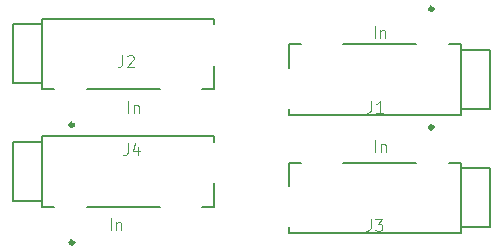
<source format=gbr>
G04 #@! TF.GenerationSoftware,KiCad,Pcbnew,(5.0.1)-rc2*
G04 #@! TF.CreationDate,2019-01-31T01:05:06-05:00*
G04 #@! TF.ProjectId,passive_buffer,706173736976655F6275666665722E6B,rev?*
G04 #@! TF.SameCoordinates,Original*
G04 #@! TF.FileFunction,Legend,Top*
G04 #@! TF.FilePolarity,Positive*
%FSLAX46Y46*%
G04 Gerber Fmt 4.6, Leading zero omitted, Abs format (unit mm)*
G04 Created by KiCad (PCBNEW (5.0.1)-rc2) date 1/31/2019 1:05:06 AM*
%MOMM*%
%LPD*%
G01*
G04 APERTURE LIST*
%ADD10C,0.127000*%
%ADD11C,0.300000*%
%ADD12C,0.050000*%
G04 APERTURE END LIST*
D10*
G04 #@! TO.C,J4*
X134218800Y-86870800D02*
X140468800Y-86870800D01*
X144968800Y-86870800D02*
X143968800Y-86870800D01*
X144968800Y-84870800D02*
X144968800Y-86870800D01*
X144968800Y-80870800D02*
X144968800Y-81370800D01*
X130468800Y-80870800D02*
X144968800Y-80870800D01*
X130468800Y-86370800D02*
X130468800Y-80870800D01*
X130468800Y-86870800D02*
X131468800Y-86870800D01*
X130468800Y-86370800D02*
X130468800Y-86870800D01*
X127968800Y-86370800D02*
X130468800Y-86370800D01*
X127968800Y-81370800D02*
X127968800Y-86370800D01*
X130468800Y-81370800D02*
X127968800Y-81370800D01*
D11*
X133118800Y-89870800D02*
G75*
G03X133118800Y-89870800I-150000J0D01*
G01*
G04 #@! TO.C,J3*
X163548400Y-80106000D02*
G75*
G03X163548400Y-80106000I-150000J0D01*
G01*
D10*
X165898400Y-88606000D02*
X168398400Y-88606000D01*
X168398400Y-88606000D02*
X168398400Y-83606000D01*
X168398400Y-83606000D02*
X165898400Y-83606000D01*
X165898400Y-83606000D02*
X165898400Y-83106000D01*
X165898400Y-83106000D02*
X164898400Y-83106000D01*
X165898400Y-83606000D02*
X165898400Y-89106000D01*
X165898400Y-89106000D02*
X151398400Y-89106000D01*
X151398400Y-89106000D02*
X151398400Y-88606000D01*
X151398400Y-85106000D02*
X151398400Y-83106000D01*
X151398400Y-83106000D02*
X152398400Y-83106000D01*
X162148400Y-83106000D02*
X155898400Y-83106000D01*
G04 #@! TO.C,J2*
X134218800Y-76914000D02*
X140468800Y-76914000D01*
X144968800Y-76914000D02*
X143968800Y-76914000D01*
X144968800Y-74914000D02*
X144968800Y-76914000D01*
X144968800Y-70914000D02*
X144968800Y-71414000D01*
X130468800Y-70914000D02*
X144968800Y-70914000D01*
X130468800Y-76414000D02*
X130468800Y-70914000D01*
X130468800Y-76914000D02*
X131468800Y-76914000D01*
X130468800Y-76414000D02*
X130468800Y-76914000D01*
X127968800Y-76414000D02*
X130468800Y-76414000D01*
X127968800Y-71414000D02*
X127968800Y-76414000D01*
X130468800Y-71414000D02*
X127968800Y-71414000D01*
D11*
X133118800Y-79914000D02*
G75*
G03X133118800Y-79914000I-150000J0D01*
G01*
G04 #@! TO.C,J1*
X163548400Y-70098400D02*
G75*
G03X163548400Y-70098400I-150000J0D01*
G01*
D10*
X165898400Y-78598400D02*
X168398400Y-78598400D01*
X168398400Y-78598400D02*
X168398400Y-73598400D01*
X168398400Y-73598400D02*
X165898400Y-73598400D01*
X165898400Y-73598400D02*
X165898400Y-73098400D01*
X165898400Y-73098400D02*
X164898400Y-73098400D01*
X165898400Y-73598400D02*
X165898400Y-79098400D01*
X165898400Y-79098400D02*
X151398400Y-79098400D01*
X151398400Y-79098400D02*
X151398400Y-78598400D01*
X151398400Y-75098400D02*
X151398400Y-73098400D01*
X151398400Y-73098400D02*
X152398400Y-73098400D01*
X162148400Y-73098400D02*
X155898400Y-73098400D01*
G04 #@! TO.C,J4*
D12*
X137689620Y-81493318D02*
X137689620Y-82208990D01*
X137641908Y-82352124D01*
X137546485Y-82447547D01*
X137403351Y-82495258D01*
X137307928Y-82495258D01*
X138596137Y-81827298D02*
X138596137Y-82495258D01*
X138357580Y-81445607D02*
X138119022Y-82161278D01*
X138739271Y-82161278D01*
X136250346Y-88844453D02*
X136250346Y-87844293D01*
X136726613Y-88177680D02*
X136726613Y-88844453D01*
X136726613Y-88272933D02*
X136774240Y-88225306D01*
X136869493Y-88177680D01*
X137012373Y-88177680D01*
X137107626Y-88225306D01*
X137155253Y-88320560D01*
X137155253Y-88844453D01*
G04 #@! TO.C,J3*
X158263620Y-87894118D02*
X158263620Y-88609790D01*
X158215908Y-88752924D01*
X158120485Y-88848347D01*
X157977351Y-88896058D01*
X157881928Y-88896058D01*
X158645311Y-87894118D02*
X159265560Y-87894118D01*
X158931580Y-88275810D01*
X159074714Y-88275810D01*
X159170137Y-88323521D01*
X159217848Y-88371232D01*
X159265560Y-88466655D01*
X159265560Y-88705212D01*
X159217848Y-88800635D01*
X159170137Y-88848347D01*
X159074714Y-88896058D01*
X158788445Y-88896058D01*
X158693022Y-88848347D01*
X158645311Y-88800635D01*
X158653146Y-82189653D02*
X158653146Y-81189493D01*
X159129413Y-81522880D02*
X159129413Y-82189653D01*
X159129413Y-81618133D02*
X159177040Y-81570506D01*
X159272293Y-81522880D01*
X159415173Y-81522880D01*
X159510426Y-81570506D01*
X159558053Y-81665760D01*
X159558053Y-82189653D01*
G04 #@! TO.C,J2*
X137232420Y-74025718D02*
X137232420Y-74741390D01*
X137184708Y-74884524D01*
X137089285Y-74979947D01*
X136946151Y-75027658D01*
X136850728Y-75027658D01*
X137661822Y-74121141D02*
X137709534Y-74073430D01*
X137804957Y-74025718D01*
X138043514Y-74025718D01*
X138138937Y-74073430D01*
X138186648Y-74121141D01*
X138234360Y-74216564D01*
X138234360Y-74311987D01*
X138186648Y-74455121D01*
X137614111Y-75027658D01*
X138234360Y-75027658D01*
X137723546Y-78887653D02*
X137723546Y-77887493D01*
X138199813Y-78220880D02*
X138199813Y-78887653D01*
X138199813Y-78316133D02*
X138247440Y-78268506D01*
X138342693Y-78220880D01*
X138485573Y-78220880D01*
X138580826Y-78268506D01*
X138628453Y-78363760D01*
X138628453Y-78887653D01*
G04 #@! TO.C,J1*
X158314420Y-77886518D02*
X158314420Y-78602190D01*
X158266708Y-78745324D01*
X158171285Y-78840747D01*
X158028151Y-78888458D01*
X157932728Y-78888458D01*
X159316360Y-78888458D02*
X158743822Y-78888458D01*
X159030091Y-78888458D02*
X159030091Y-77886518D01*
X158934668Y-78029652D01*
X158839245Y-78125075D01*
X158743822Y-78172787D01*
X158602346Y-72588453D02*
X158602346Y-71588293D01*
X159078613Y-71921680D02*
X159078613Y-72588453D01*
X159078613Y-72016933D02*
X159126240Y-71969306D01*
X159221493Y-71921680D01*
X159364373Y-71921680D01*
X159459626Y-71969306D01*
X159507253Y-72064560D01*
X159507253Y-72588453D01*
G04 #@! TD*
M02*

</source>
